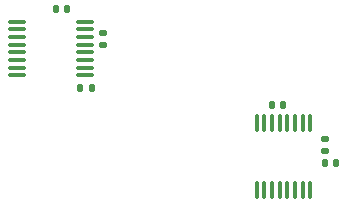
<source format=gbp>
G04 #@! TF.GenerationSoftware,KiCad,Pcbnew,(6.0.2-0)*
G04 #@! TF.CreationDate,2023-02-28T15:21:07-05:00*
G04 #@! TF.ProjectId,daughter_board,64617567-6874-4657-925f-626f6172642e,rev?*
G04 #@! TF.SameCoordinates,Original*
G04 #@! TF.FileFunction,Paste,Bot*
G04 #@! TF.FilePolarity,Positive*
%FSLAX46Y46*%
G04 Gerber Fmt 4.6, Leading zero omitted, Abs format (unit mm)*
G04 Created by KiCad (PCBNEW (6.0.2-0)) date 2023-02-28 15:21:07*
%MOMM*%
%LPD*%
G01*
G04 APERTURE LIST*
G04 Aperture macros list*
%AMRoundRect*
0 Rectangle with rounded corners*
0 $1 Rounding radius*
0 $2 $3 $4 $5 $6 $7 $8 $9 X,Y pos of 4 corners*
0 Add a 4 corners polygon primitive as box body*
4,1,4,$2,$3,$4,$5,$6,$7,$8,$9,$2,$3,0*
0 Add four circle primitives for the rounded corners*
1,1,$1+$1,$2,$3*
1,1,$1+$1,$4,$5*
1,1,$1+$1,$6,$7*
1,1,$1+$1,$8,$9*
0 Add four rect primitives between the rounded corners*
20,1,$1+$1,$2,$3,$4,$5,0*
20,1,$1+$1,$4,$5,$6,$7,0*
20,1,$1+$1,$6,$7,$8,$9,0*
20,1,$1+$1,$8,$9,$2,$3,0*%
G04 Aperture macros list end*
%ADD10RoundRect,0.140000X-0.140000X-0.170000X0.140000X-0.170000X0.140000X0.170000X-0.140000X0.170000X0*%
%ADD11RoundRect,0.140000X0.170000X-0.140000X0.170000X0.140000X-0.170000X0.140000X-0.170000X-0.140000X0*%
%ADD12RoundRect,0.140000X0.140000X0.170000X-0.140000X0.170000X-0.140000X-0.170000X0.140000X-0.170000X0*%
%ADD13RoundRect,0.100000X-0.637500X-0.100000X0.637500X-0.100000X0.637500X0.100000X-0.637500X0.100000X0*%
%ADD14RoundRect,0.100000X0.100000X-0.637500X0.100000X0.637500X-0.100000X0.637500X-0.100000X-0.637500X0*%
G04 APERTURE END LIST*
D10*
X64730000Y-94210000D03*
X65690000Y-94210000D03*
D11*
X69220000Y-98080000D03*
X69220000Y-97120000D03*
D12*
X49450000Y-92750000D03*
X48490000Y-92750000D03*
D11*
X50400000Y-89100000D03*
X50400000Y-88140000D03*
D13*
X43127500Y-91705000D03*
X43127500Y-91055000D03*
X43127500Y-90405000D03*
X43127500Y-89755000D03*
X43127500Y-89105000D03*
X43127500Y-88455000D03*
X43127500Y-87805000D03*
X43127500Y-87155000D03*
X48852500Y-87155000D03*
X48852500Y-87805000D03*
X48852500Y-88455000D03*
X48852500Y-89105000D03*
X48852500Y-89755000D03*
X48852500Y-90405000D03*
X48852500Y-91055000D03*
X48852500Y-91705000D03*
D14*
X67955000Y-101442500D03*
X67305000Y-101442500D03*
X66655000Y-101442500D03*
X66005000Y-101442500D03*
X65355000Y-101442500D03*
X64705000Y-101442500D03*
X64055000Y-101442500D03*
X63405000Y-101442500D03*
X63405000Y-95717500D03*
X64055000Y-95717500D03*
X64705000Y-95717500D03*
X65355000Y-95717500D03*
X66005000Y-95717500D03*
X66655000Y-95717500D03*
X67305000Y-95717500D03*
X67955000Y-95717500D03*
D12*
X47360000Y-86050000D03*
X46400000Y-86050000D03*
X70170000Y-99110000D03*
X69210000Y-99110000D03*
M02*

</source>
